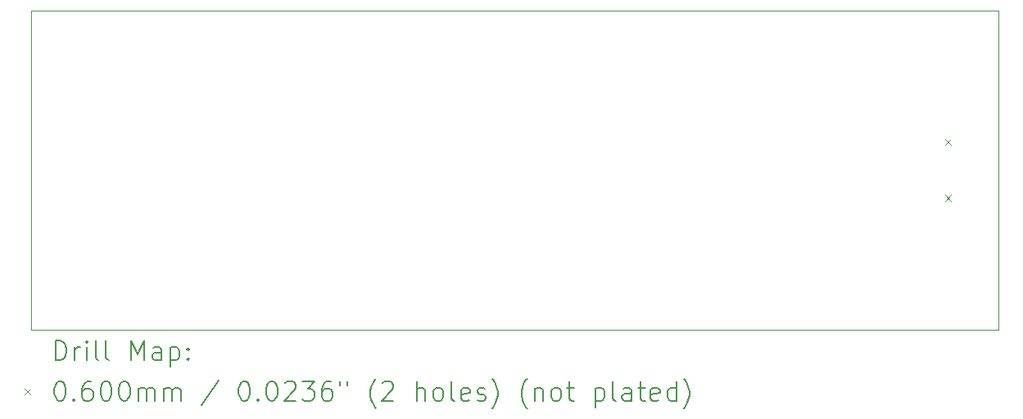
<source format=gbr>
%FSLAX45Y45*%
G04 Gerber Fmt 4.5, Leading zero omitted, Abs format (unit mm)*
G04 Created by KiCad (PCBNEW (5.99.0-10682-g4bb4606811)) date 2021-08-27 09:32:56*
%MOMM*%
%LPD*%
G01*
G04 APERTURE LIST*
%TA.AperFunction,Profile*%
%ADD10C,0.100000*%
%TD*%
%ADD11C,0.200000*%
%ADD12C,0.060000*%
G04 APERTURE END LIST*
D10*
X13025000Y-2950000D02*
X13025000Y-6250000D01*
X3025000Y-2950000D02*
X13025000Y-2950000D01*
X3025000Y-6250000D02*
X3025000Y-2950000D01*
X13025000Y-6250000D02*
X3025000Y-6250000D01*
D11*
D12*
X12475000Y-4281000D02*
X12535000Y-4341000D01*
X12535000Y-4281000D02*
X12475000Y-4341000D01*
X12475000Y-4859000D02*
X12535000Y-4919000D01*
X12535000Y-4859000D02*
X12475000Y-4919000D01*
D11*
X3277619Y-6565476D02*
X3277619Y-6365476D01*
X3325238Y-6365476D01*
X3353809Y-6375000D01*
X3372857Y-6394048D01*
X3382381Y-6413095D01*
X3391905Y-6451190D01*
X3391905Y-6479762D01*
X3382381Y-6517857D01*
X3372857Y-6536905D01*
X3353809Y-6555952D01*
X3325238Y-6565476D01*
X3277619Y-6565476D01*
X3477619Y-6565476D02*
X3477619Y-6432143D01*
X3477619Y-6470238D02*
X3487143Y-6451190D01*
X3496667Y-6441667D01*
X3515714Y-6432143D01*
X3534762Y-6432143D01*
X3601428Y-6565476D02*
X3601428Y-6432143D01*
X3601428Y-6365476D02*
X3591905Y-6375000D01*
X3601428Y-6384524D01*
X3610952Y-6375000D01*
X3601428Y-6365476D01*
X3601428Y-6384524D01*
X3725238Y-6565476D02*
X3706190Y-6555952D01*
X3696667Y-6536905D01*
X3696667Y-6365476D01*
X3830000Y-6565476D02*
X3810952Y-6555952D01*
X3801428Y-6536905D01*
X3801428Y-6365476D01*
X4058571Y-6565476D02*
X4058571Y-6365476D01*
X4125238Y-6508333D01*
X4191905Y-6365476D01*
X4191905Y-6565476D01*
X4372857Y-6565476D02*
X4372857Y-6460714D01*
X4363333Y-6441667D01*
X4344286Y-6432143D01*
X4306190Y-6432143D01*
X4287143Y-6441667D01*
X4372857Y-6555952D02*
X4353810Y-6565476D01*
X4306190Y-6565476D01*
X4287143Y-6555952D01*
X4277619Y-6536905D01*
X4277619Y-6517857D01*
X4287143Y-6498809D01*
X4306190Y-6489286D01*
X4353810Y-6489286D01*
X4372857Y-6479762D01*
X4468095Y-6432143D02*
X4468095Y-6632143D01*
X4468095Y-6441667D02*
X4487143Y-6432143D01*
X4525238Y-6432143D01*
X4544286Y-6441667D01*
X4553810Y-6451190D01*
X4563333Y-6470238D01*
X4563333Y-6527381D01*
X4553810Y-6546428D01*
X4544286Y-6555952D01*
X4525238Y-6565476D01*
X4487143Y-6565476D01*
X4468095Y-6555952D01*
X4649048Y-6546428D02*
X4658571Y-6555952D01*
X4649048Y-6565476D01*
X4639524Y-6555952D01*
X4649048Y-6546428D01*
X4649048Y-6565476D01*
X4649048Y-6441667D02*
X4658571Y-6451190D01*
X4649048Y-6460714D01*
X4639524Y-6451190D01*
X4649048Y-6441667D01*
X4649048Y-6460714D01*
D12*
X2960000Y-6865000D02*
X3020000Y-6925000D01*
X3020000Y-6865000D02*
X2960000Y-6925000D01*
D11*
X3315714Y-6785476D02*
X3334762Y-6785476D01*
X3353809Y-6795000D01*
X3363333Y-6804524D01*
X3372857Y-6823571D01*
X3382381Y-6861667D01*
X3382381Y-6909286D01*
X3372857Y-6947381D01*
X3363333Y-6966428D01*
X3353809Y-6975952D01*
X3334762Y-6985476D01*
X3315714Y-6985476D01*
X3296667Y-6975952D01*
X3287143Y-6966428D01*
X3277619Y-6947381D01*
X3268095Y-6909286D01*
X3268095Y-6861667D01*
X3277619Y-6823571D01*
X3287143Y-6804524D01*
X3296667Y-6795000D01*
X3315714Y-6785476D01*
X3468095Y-6966428D02*
X3477619Y-6975952D01*
X3468095Y-6985476D01*
X3458571Y-6975952D01*
X3468095Y-6966428D01*
X3468095Y-6985476D01*
X3649048Y-6785476D02*
X3610952Y-6785476D01*
X3591905Y-6795000D01*
X3582381Y-6804524D01*
X3563333Y-6833095D01*
X3553809Y-6871190D01*
X3553809Y-6947381D01*
X3563333Y-6966428D01*
X3572857Y-6975952D01*
X3591905Y-6985476D01*
X3630000Y-6985476D01*
X3649048Y-6975952D01*
X3658571Y-6966428D01*
X3668095Y-6947381D01*
X3668095Y-6899762D01*
X3658571Y-6880714D01*
X3649048Y-6871190D01*
X3630000Y-6861667D01*
X3591905Y-6861667D01*
X3572857Y-6871190D01*
X3563333Y-6880714D01*
X3553809Y-6899762D01*
X3791905Y-6785476D02*
X3810952Y-6785476D01*
X3830000Y-6795000D01*
X3839524Y-6804524D01*
X3849048Y-6823571D01*
X3858571Y-6861667D01*
X3858571Y-6909286D01*
X3849048Y-6947381D01*
X3839524Y-6966428D01*
X3830000Y-6975952D01*
X3810952Y-6985476D01*
X3791905Y-6985476D01*
X3772857Y-6975952D01*
X3763333Y-6966428D01*
X3753809Y-6947381D01*
X3744286Y-6909286D01*
X3744286Y-6861667D01*
X3753809Y-6823571D01*
X3763333Y-6804524D01*
X3772857Y-6795000D01*
X3791905Y-6785476D01*
X3982381Y-6785476D02*
X4001428Y-6785476D01*
X4020476Y-6795000D01*
X4030000Y-6804524D01*
X4039524Y-6823571D01*
X4049048Y-6861667D01*
X4049048Y-6909286D01*
X4039524Y-6947381D01*
X4030000Y-6966428D01*
X4020476Y-6975952D01*
X4001428Y-6985476D01*
X3982381Y-6985476D01*
X3963333Y-6975952D01*
X3953809Y-6966428D01*
X3944286Y-6947381D01*
X3934762Y-6909286D01*
X3934762Y-6861667D01*
X3944286Y-6823571D01*
X3953809Y-6804524D01*
X3963333Y-6795000D01*
X3982381Y-6785476D01*
X4134762Y-6985476D02*
X4134762Y-6852143D01*
X4134762Y-6871190D02*
X4144286Y-6861667D01*
X4163333Y-6852143D01*
X4191905Y-6852143D01*
X4210952Y-6861667D01*
X4220476Y-6880714D01*
X4220476Y-6985476D01*
X4220476Y-6880714D02*
X4230000Y-6861667D01*
X4249048Y-6852143D01*
X4277619Y-6852143D01*
X4296667Y-6861667D01*
X4306190Y-6880714D01*
X4306190Y-6985476D01*
X4401429Y-6985476D02*
X4401429Y-6852143D01*
X4401429Y-6871190D02*
X4410952Y-6861667D01*
X4430000Y-6852143D01*
X4458571Y-6852143D01*
X4477619Y-6861667D01*
X4487143Y-6880714D01*
X4487143Y-6985476D01*
X4487143Y-6880714D02*
X4496667Y-6861667D01*
X4515714Y-6852143D01*
X4544286Y-6852143D01*
X4563333Y-6861667D01*
X4572857Y-6880714D01*
X4572857Y-6985476D01*
X4963333Y-6775952D02*
X4791905Y-7033095D01*
X5220476Y-6785476D02*
X5239524Y-6785476D01*
X5258571Y-6795000D01*
X5268095Y-6804524D01*
X5277619Y-6823571D01*
X5287143Y-6861667D01*
X5287143Y-6909286D01*
X5277619Y-6947381D01*
X5268095Y-6966428D01*
X5258571Y-6975952D01*
X5239524Y-6985476D01*
X5220476Y-6985476D01*
X5201429Y-6975952D01*
X5191905Y-6966428D01*
X5182381Y-6947381D01*
X5172857Y-6909286D01*
X5172857Y-6861667D01*
X5182381Y-6823571D01*
X5191905Y-6804524D01*
X5201429Y-6795000D01*
X5220476Y-6785476D01*
X5372857Y-6966428D02*
X5382381Y-6975952D01*
X5372857Y-6985476D01*
X5363333Y-6975952D01*
X5372857Y-6966428D01*
X5372857Y-6985476D01*
X5506190Y-6785476D02*
X5525238Y-6785476D01*
X5544286Y-6795000D01*
X5553810Y-6804524D01*
X5563333Y-6823571D01*
X5572857Y-6861667D01*
X5572857Y-6909286D01*
X5563333Y-6947381D01*
X5553810Y-6966428D01*
X5544286Y-6975952D01*
X5525238Y-6985476D01*
X5506190Y-6985476D01*
X5487143Y-6975952D01*
X5477619Y-6966428D01*
X5468095Y-6947381D01*
X5458571Y-6909286D01*
X5458571Y-6861667D01*
X5468095Y-6823571D01*
X5477619Y-6804524D01*
X5487143Y-6795000D01*
X5506190Y-6785476D01*
X5649048Y-6804524D02*
X5658571Y-6795000D01*
X5677619Y-6785476D01*
X5725238Y-6785476D01*
X5744286Y-6795000D01*
X5753809Y-6804524D01*
X5763333Y-6823571D01*
X5763333Y-6842619D01*
X5753809Y-6871190D01*
X5639524Y-6985476D01*
X5763333Y-6985476D01*
X5830000Y-6785476D02*
X5953809Y-6785476D01*
X5887143Y-6861667D01*
X5915714Y-6861667D01*
X5934762Y-6871190D01*
X5944286Y-6880714D01*
X5953809Y-6899762D01*
X5953809Y-6947381D01*
X5944286Y-6966428D01*
X5934762Y-6975952D01*
X5915714Y-6985476D01*
X5858571Y-6985476D01*
X5839524Y-6975952D01*
X5830000Y-6966428D01*
X6125238Y-6785476D02*
X6087143Y-6785476D01*
X6068095Y-6795000D01*
X6058571Y-6804524D01*
X6039524Y-6833095D01*
X6030000Y-6871190D01*
X6030000Y-6947381D01*
X6039524Y-6966428D01*
X6049048Y-6975952D01*
X6068095Y-6985476D01*
X6106190Y-6985476D01*
X6125238Y-6975952D01*
X6134762Y-6966428D01*
X6144286Y-6947381D01*
X6144286Y-6899762D01*
X6134762Y-6880714D01*
X6125238Y-6871190D01*
X6106190Y-6861667D01*
X6068095Y-6861667D01*
X6049048Y-6871190D01*
X6039524Y-6880714D01*
X6030000Y-6899762D01*
X6220476Y-6785476D02*
X6220476Y-6823571D01*
X6296667Y-6785476D02*
X6296667Y-6823571D01*
X6591905Y-7061667D02*
X6582381Y-7052143D01*
X6563333Y-7023571D01*
X6553809Y-7004524D01*
X6544286Y-6975952D01*
X6534762Y-6928333D01*
X6534762Y-6890238D01*
X6544286Y-6842619D01*
X6553809Y-6814048D01*
X6563333Y-6795000D01*
X6582381Y-6766428D01*
X6591905Y-6756905D01*
X6658571Y-6804524D02*
X6668095Y-6795000D01*
X6687143Y-6785476D01*
X6734762Y-6785476D01*
X6753809Y-6795000D01*
X6763333Y-6804524D01*
X6772857Y-6823571D01*
X6772857Y-6842619D01*
X6763333Y-6871190D01*
X6649048Y-6985476D01*
X6772857Y-6985476D01*
X7010952Y-6985476D02*
X7010952Y-6785476D01*
X7096667Y-6985476D02*
X7096667Y-6880714D01*
X7087143Y-6861667D01*
X7068095Y-6852143D01*
X7039524Y-6852143D01*
X7020476Y-6861667D01*
X7010952Y-6871190D01*
X7220476Y-6985476D02*
X7201428Y-6975952D01*
X7191905Y-6966428D01*
X7182381Y-6947381D01*
X7182381Y-6890238D01*
X7191905Y-6871190D01*
X7201428Y-6861667D01*
X7220476Y-6852143D01*
X7249048Y-6852143D01*
X7268095Y-6861667D01*
X7277619Y-6871190D01*
X7287143Y-6890238D01*
X7287143Y-6947381D01*
X7277619Y-6966428D01*
X7268095Y-6975952D01*
X7249048Y-6985476D01*
X7220476Y-6985476D01*
X7401428Y-6985476D02*
X7382381Y-6975952D01*
X7372857Y-6956905D01*
X7372857Y-6785476D01*
X7553809Y-6975952D02*
X7534762Y-6985476D01*
X7496667Y-6985476D01*
X7477619Y-6975952D01*
X7468095Y-6956905D01*
X7468095Y-6880714D01*
X7477619Y-6861667D01*
X7496667Y-6852143D01*
X7534762Y-6852143D01*
X7553809Y-6861667D01*
X7563333Y-6880714D01*
X7563333Y-6899762D01*
X7468095Y-6918809D01*
X7639524Y-6975952D02*
X7658571Y-6985476D01*
X7696667Y-6985476D01*
X7715714Y-6975952D01*
X7725238Y-6956905D01*
X7725238Y-6947381D01*
X7715714Y-6928333D01*
X7696667Y-6918809D01*
X7668095Y-6918809D01*
X7649048Y-6909286D01*
X7639524Y-6890238D01*
X7639524Y-6880714D01*
X7649048Y-6861667D01*
X7668095Y-6852143D01*
X7696667Y-6852143D01*
X7715714Y-6861667D01*
X7791905Y-7061667D02*
X7801428Y-7052143D01*
X7820476Y-7023571D01*
X7830000Y-7004524D01*
X7839524Y-6975952D01*
X7849048Y-6928333D01*
X7849048Y-6890238D01*
X7839524Y-6842619D01*
X7830000Y-6814048D01*
X7820476Y-6795000D01*
X7801428Y-6766428D01*
X7791905Y-6756905D01*
X8153809Y-7061667D02*
X8144286Y-7052143D01*
X8125238Y-7023571D01*
X8115714Y-7004524D01*
X8106190Y-6975952D01*
X8096667Y-6928333D01*
X8096667Y-6890238D01*
X8106190Y-6842619D01*
X8115714Y-6814048D01*
X8125238Y-6795000D01*
X8144286Y-6766428D01*
X8153809Y-6756905D01*
X8230000Y-6852143D02*
X8230000Y-6985476D01*
X8230000Y-6871190D02*
X8239524Y-6861667D01*
X8258571Y-6852143D01*
X8287143Y-6852143D01*
X8306190Y-6861667D01*
X8315714Y-6880714D01*
X8315714Y-6985476D01*
X8439524Y-6985476D02*
X8420476Y-6975952D01*
X8410952Y-6966428D01*
X8401429Y-6947381D01*
X8401429Y-6890238D01*
X8410952Y-6871190D01*
X8420476Y-6861667D01*
X8439524Y-6852143D01*
X8468095Y-6852143D01*
X8487143Y-6861667D01*
X8496667Y-6871190D01*
X8506190Y-6890238D01*
X8506190Y-6947381D01*
X8496667Y-6966428D01*
X8487143Y-6975952D01*
X8468095Y-6985476D01*
X8439524Y-6985476D01*
X8563333Y-6852143D02*
X8639524Y-6852143D01*
X8591905Y-6785476D02*
X8591905Y-6956905D01*
X8601429Y-6975952D01*
X8620476Y-6985476D01*
X8639524Y-6985476D01*
X8858571Y-6852143D02*
X8858571Y-7052143D01*
X8858571Y-6861667D02*
X8877619Y-6852143D01*
X8915714Y-6852143D01*
X8934762Y-6861667D01*
X8944286Y-6871190D01*
X8953810Y-6890238D01*
X8953810Y-6947381D01*
X8944286Y-6966428D01*
X8934762Y-6975952D01*
X8915714Y-6985476D01*
X8877619Y-6985476D01*
X8858571Y-6975952D01*
X9068095Y-6985476D02*
X9049048Y-6975952D01*
X9039524Y-6956905D01*
X9039524Y-6785476D01*
X9230000Y-6985476D02*
X9230000Y-6880714D01*
X9220476Y-6861667D01*
X9201429Y-6852143D01*
X9163333Y-6852143D01*
X9144286Y-6861667D01*
X9230000Y-6975952D02*
X9210952Y-6985476D01*
X9163333Y-6985476D01*
X9144286Y-6975952D01*
X9134762Y-6956905D01*
X9134762Y-6937857D01*
X9144286Y-6918809D01*
X9163333Y-6909286D01*
X9210952Y-6909286D01*
X9230000Y-6899762D01*
X9296667Y-6852143D02*
X9372857Y-6852143D01*
X9325238Y-6785476D02*
X9325238Y-6956905D01*
X9334762Y-6975952D01*
X9353810Y-6985476D01*
X9372857Y-6985476D01*
X9515714Y-6975952D02*
X9496667Y-6985476D01*
X9458571Y-6985476D01*
X9439524Y-6975952D01*
X9430000Y-6956905D01*
X9430000Y-6880714D01*
X9439524Y-6861667D01*
X9458571Y-6852143D01*
X9496667Y-6852143D01*
X9515714Y-6861667D01*
X9525238Y-6880714D01*
X9525238Y-6899762D01*
X9430000Y-6918809D01*
X9696667Y-6985476D02*
X9696667Y-6785476D01*
X9696667Y-6975952D02*
X9677619Y-6985476D01*
X9639524Y-6985476D01*
X9620476Y-6975952D01*
X9610952Y-6966428D01*
X9601429Y-6947381D01*
X9601429Y-6890238D01*
X9610952Y-6871190D01*
X9620476Y-6861667D01*
X9639524Y-6852143D01*
X9677619Y-6852143D01*
X9696667Y-6861667D01*
X9772857Y-7061667D02*
X9782381Y-7052143D01*
X9801429Y-7023571D01*
X9810952Y-7004524D01*
X9820476Y-6975952D01*
X9830000Y-6928333D01*
X9830000Y-6890238D01*
X9820476Y-6842619D01*
X9810952Y-6814048D01*
X9801429Y-6795000D01*
X9782381Y-6766428D01*
X9772857Y-6756905D01*
M02*

</source>
